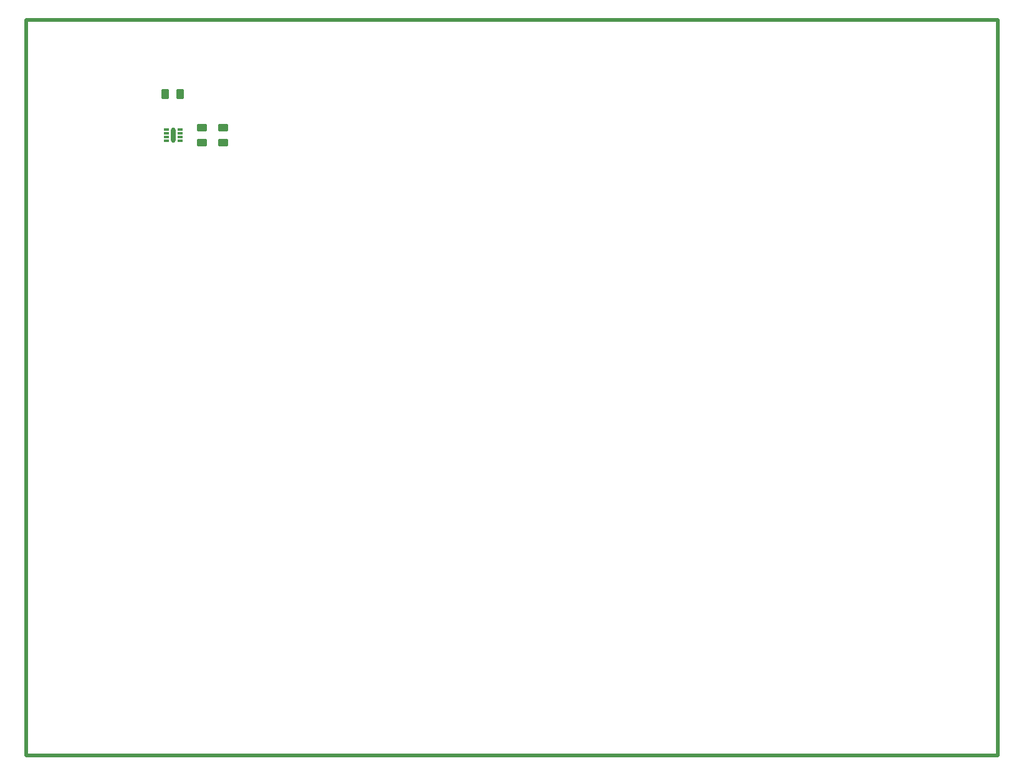
<source format=gbp>
G04*
G04 #@! TF.GenerationSoftware,Altium Limited,Altium Designer,19.0.10 (269)*
G04*
G04 Layer_Color=128*
%FSLAX44Y44*%
%MOMM*%
G71*
G01*
G75*
%ADD14C,0.5080*%
G04:AMPARAMS|DCode=17|XSize=1.1mm|YSize=1.35mm|CornerRadius=0.1375mm|HoleSize=0mm|Usage=FLASHONLY|Rotation=90.000|XOffset=0mm|YOffset=0mm|HoleType=Round|Shape=RoundedRectangle|*
%AMROUNDEDRECTD17*
21,1,1.1000,1.0750,0,0,90.0*
21,1,0.8250,1.3500,0,0,90.0*
1,1,0.2750,0.5375,0.4125*
1,1,0.2750,0.5375,-0.4125*
1,1,0.2750,-0.5375,-0.4125*
1,1,0.2750,-0.5375,0.4125*
%
%ADD17ROUNDEDRECTD17*%
G04:AMPARAMS|DCode=21|XSize=1.1mm|YSize=1.35mm|CornerRadius=0.1375mm|HoleSize=0mm|Usage=FLASHONLY|Rotation=0.000|XOffset=0mm|YOffset=0mm|HoleType=Round|Shape=RoundedRectangle|*
%AMROUNDEDRECTD21*
21,1,1.1000,1.0750,0,0,0.0*
21,1,0.8250,1.3500,0,0,0.0*
1,1,0.2750,0.4125,-0.5375*
1,1,0.2750,-0.4125,-0.5375*
1,1,0.2750,-0.4125,0.5375*
1,1,0.2750,0.4125,0.5375*
%
%ADD21ROUNDEDRECTD21*%
G04:AMPARAMS|DCode=24|XSize=2mm|YSize=0.6mm|CornerRadius=0.225mm|HoleSize=0mm|Usage=FLASHONLY|Rotation=270.000|XOffset=0mm|YOffset=0mm|HoleType=Round|Shape=RoundedRectangle|*
%AMROUNDEDRECTD24*
21,1,2.0000,0.1500,0,0,270.0*
21,1,1.5500,0.6000,0,0,270.0*
1,1,0.4500,-0.0750,-0.7750*
1,1,0.4500,-0.0750,0.7750*
1,1,0.4500,0.0750,0.7750*
1,1,0.4500,0.0750,-0.7750*
%
%ADD24ROUNDEDRECTD24*%
G04:AMPARAMS|DCode=25|XSize=0.75mm|YSize=0.3mm|CornerRadius=0.075mm|HoleSize=0mm|Usage=FLASHONLY|Rotation=180.000|XOffset=0mm|YOffset=0mm|HoleType=Round|Shape=RoundedRectangle|*
%AMROUNDEDRECTD25*
21,1,0.7500,0.1500,0,0,180.0*
21,1,0.6000,0.3000,0,0,180.0*
1,1,0.1500,-0.3000,0.0750*
1,1,0.1500,0.3000,0.0750*
1,1,0.1500,0.3000,-0.0750*
1,1,0.1500,-0.3000,-0.0750*
%
%ADD25ROUNDEDRECTD25*%
D14*
X0Y-1000000D02*
X1320000D01*
Y0D01*
X0D02*
X1320000D01*
X0Y-1000000D02*
Y0D01*
D17*
X238500Y-166500D02*
D03*
Y-146500D02*
D03*
X267500Y-166500D02*
D03*
Y-146500D02*
D03*
D21*
X208700Y-100920D02*
D03*
X188700D02*
D03*
D24*
X199499Y-156267D02*
D03*
D25*
X209000Y-163768D02*
D03*
Y-158768D02*
D03*
Y-153768D02*
D03*
Y-148768D02*
D03*
X190000D02*
D03*
Y-153768D02*
D03*
Y-158768D02*
D03*
Y-163768D02*
D03*
M02*

</source>
